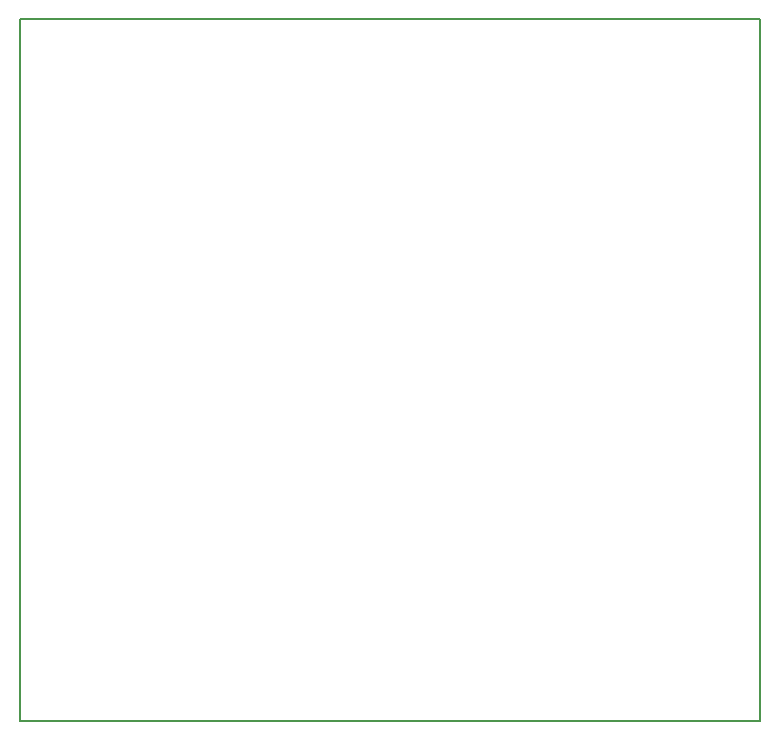
<source format=gbo>
G04 MADE WITH FRITZING*
G04 WWW.FRITZING.ORG*
G04 DOUBLE SIDED*
G04 HOLES PLATED*
G04 CONTOUR ON CENTER OF CONTOUR VECTOR*
%ASAXBY*%
%FSLAX23Y23*%
%MOIN*%
%OFA0B0*%
%SFA1.0B1.0*%
%ADD10R,2.477040X2.349090X2.461040X2.333090*%
%ADD11C,0.008000*%
%LNSILK0*%
G90*
G70*
G54D11*
X4Y2345D02*
X2473Y2345D01*
X2473Y4D01*
X4Y4D01*
X4Y2345D01*
D02*
G04 End of Silk0*
M02*
</source>
